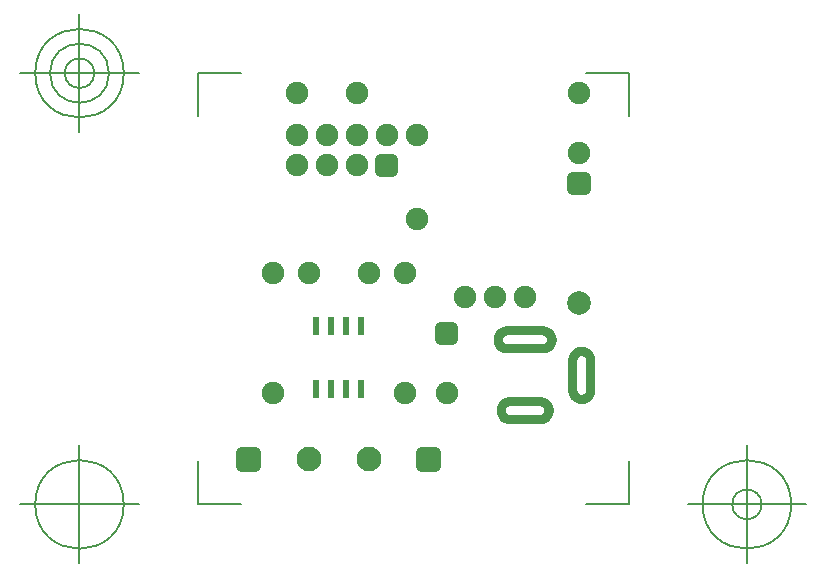
<source format=gbr>
G04 Generated by Ultiboard 14.1 *
%FSLAX34Y34*%
%MOMM*%

%ADD10C,0.0001*%
%ADD11C,0.7500*%
%ADD12C,0.1270*%
%ADD13C,1.9000*%
%ADD14R,1.1000X1.1000*%
%ADD15C,1.0000*%
%ADD16C,2.1000*%
%ADD17R,0.9000X0.9000*%
%ADD18R,0.6000X1.5500*%
%ADD19R,1.0000X1.0000*%
%ADD20C,2.0000*%


G04 ColorRGB 9900CC for the following layer *
%LNL_uc100f6tstoppmaske unten*%
%LPD*%
G54D10*
G54D11*
X314700Y94460D02*
X314700Y119860D01*
X329940Y119860D02*
X329940Y94460D01*
X329940Y119860D02*
X329911Y120519D01*
X329825Y121173D01*
X329682Y121817D01*
X329484Y122446D01*
X329232Y123056D01*
X328927Y123641D01*
X328573Y124197D01*
X328171Y124720D01*
X327725Y125207D01*
X327239Y125652D01*
X326716Y126054D01*
X326159Y126408D01*
X325574Y126713D01*
X324965Y126966D01*
X324336Y127164D01*
X323692Y127307D01*
X323038Y127393D01*
X322378Y127422D01*
X321719Y127393D01*
X321065Y127307D01*
X320421Y127164D01*
X319792Y126966D01*
X319183Y126713D01*
X318598Y126408D01*
X318041Y126054D01*
X317518Y125652D01*
X317032Y125207D01*
X316586Y124720D01*
X316184Y124197D01*
X315830Y123641D01*
X315525Y123056D01*
X315273Y122446D01*
X315075Y121817D01*
X314932Y121173D01*
X314846Y120519D01*
X314817Y119860D01*
X314700Y94460D02*
X314729Y93796D01*
X314816Y93137D01*
X314960Y92488D01*
X315160Y91854D01*
X315414Y91240D01*
X315721Y90650D01*
X316078Y90089D01*
X316483Y89562D01*
X316932Y89072D01*
X317422Y88623D01*
X317949Y88218D01*
X318510Y87861D01*
X319100Y87554D01*
X319714Y87300D01*
X320348Y87100D01*
X320997Y86956D01*
X321656Y86869D01*
X322320Y86840D01*
X322984Y86869D01*
X323643Y86956D01*
X324292Y87100D01*
X324926Y87300D01*
X325540Y87554D01*
X326130Y87861D01*
X326691Y88218D01*
X327218Y88623D01*
X327708Y89072D01*
X328157Y89562D01*
X328562Y90089D01*
X328919Y90650D01*
X329226Y91240D01*
X329480Y91854D01*
X329680Y92488D01*
X329824Y93137D01*
X329911Y93796D01*
X329940Y94460D01*
X329940Y94460D01*
X287020Y69540D02*
X261620Y69540D01*
X261620Y84780D02*
X287020Y84780D01*
X261620Y84780D02*
X260961Y84751D01*
X260307Y84665D01*
X259663Y84522D01*
X259034Y84324D01*
X258424Y84072D01*
X257839Y83767D01*
X257283Y83413D01*
X256760Y83011D01*
X256273Y82565D01*
X255828Y82079D01*
X255426Y81556D01*
X255072Y80999D01*
X254767Y80414D01*
X254514Y79805D01*
X254316Y79176D01*
X254173Y78532D01*
X254087Y77878D01*
X254058Y77218D01*
X254087Y76559D01*
X254173Y75905D01*
X254316Y75261D01*
X254514Y74632D01*
X254767Y74023D01*
X255072Y73438D01*
X255426Y72881D01*
X255828Y72358D01*
X256273Y71872D01*
X256760Y71426D01*
X257283Y71024D01*
X257839Y70670D01*
X258424Y70365D01*
X259034Y70113D01*
X259663Y69915D01*
X260307Y69772D01*
X260961Y69686D01*
X261620Y69657D01*
X261620Y69657D01*
X287020Y69540D02*
X287684Y69569D01*
X288343Y69656D01*
X288992Y69800D01*
X289626Y70000D01*
X290240Y70254D01*
X290830Y70561D01*
X291391Y70918D01*
X291918Y71323D01*
X292408Y71772D01*
X292857Y72262D01*
X293262Y72789D01*
X293619Y73350D01*
X293926Y73940D01*
X294180Y74554D01*
X294380Y75188D01*
X294524Y75837D01*
X294611Y76496D01*
X294640Y77160D01*
X294611Y77824D01*
X294524Y78483D01*
X294380Y79132D01*
X294180Y79766D01*
X293926Y80380D01*
X293619Y80970D01*
X293262Y81531D01*
X292857Y82058D01*
X292408Y82548D01*
X291918Y82997D01*
X291391Y83402D01*
X290830Y83759D01*
X290240Y84066D01*
X289626Y84320D01*
X288992Y84520D01*
X288343Y84664D01*
X287684Y84751D01*
X287020Y84780D01*
X289560Y129540D02*
X259080Y129540D01*
X289560Y144780D02*
X259080Y144780D01*
X258416Y144751D01*
X257757Y144664D01*
X257108Y144520D01*
X256474Y144320D01*
X255860Y144066D01*
X255270Y143759D01*
X254709Y143402D01*
X254182Y142997D01*
X253692Y142548D01*
X253243Y142058D01*
X252838Y141531D01*
X252481Y140970D01*
X252174Y140380D01*
X251920Y139766D01*
X251720Y139132D01*
X251576Y138483D01*
X251489Y137824D01*
X251460Y137160D01*
X251489Y136496D01*
X251576Y135837D01*
X251720Y135188D01*
X251920Y134554D01*
X252174Y133940D01*
X252481Y133350D01*
X252838Y132789D01*
X253243Y132262D01*
X253692Y131772D01*
X254182Y131323D01*
X254709Y130918D01*
X255270Y130561D01*
X255860Y130254D01*
X256474Y130000D01*
X257108Y129800D01*
X257757Y129656D01*
X258416Y129569D01*
X259080Y129540D01*
X259080Y129540D01*
X289560Y129540D02*
X290224Y129569D01*
X290883Y129656D01*
X291532Y129800D01*
X292166Y130000D01*
X292780Y130254D01*
X293370Y130561D01*
X293931Y130918D01*
X294458Y131323D01*
X294948Y131772D01*
X295397Y132262D01*
X295802Y132789D01*
X296159Y133350D01*
X296466Y133940D01*
X296720Y134554D01*
X296920Y135188D01*
X297064Y135837D01*
X297151Y136496D01*
X297180Y137160D01*
X297151Y137824D01*
X297064Y138483D01*
X296920Y139132D01*
X296720Y139766D01*
X296466Y140380D01*
X296159Y140970D01*
X295802Y141531D01*
X295397Y142058D01*
X294948Y142548D01*
X294458Y142997D01*
X293931Y143402D01*
X293370Y143759D01*
X292780Y144066D01*
X292166Y144320D01*
X291532Y144520D01*
X290883Y144664D01*
X290224Y144751D01*
X289560Y144780D01*
G54D12*
X-2540Y-2540D02*
X-2540Y33968D01*
X-2540Y-2540D02*
X33968Y-2540D01*
X362540Y-2540D02*
X326032Y-2540D01*
X362540Y-2540D02*
X362540Y33968D01*
X362540Y362540D02*
X362540Y326032D01*
X362540Y362540D02*
X326032Y362540D01*
X-2540Y362540D02*
X33968Y362540D01*
X-2540Y362540D02*
X-2540Y326032D01*
X-52540Y-2540D02*
X-152540Y-2540D01*
X-102540Y-52540D02*
X-102540Y47460D01*
X-140040Y-2540D02*
G75*
D01*
G02X-140040Y-2540I37500J0*
G01*
X412540Y-2540D02*
X512540Y-2540D01*
X462540Y-52540D02*
X462540Y47460D01*
X425040Y-2540D02*
G75*
D01*
G02X425040Y-2540I37500J0*
G01*
X450040Y-2540D02*
G75*
D01*
G02X450040Y-2540I12500J0*
G01*
X-52540Y362540D02*
X-152540Y362540D01*
X-102540Y312540D02*
X-102540Y412540D01*
X-140040Y362540D02*
G75*
D01*
G02X-140040Y362540I37500J0*
G01*
X-127540Y362540D02*
G75*
D01*
G02X-127540Y362540I25000J0*
G01*
X-115040Y362540D02*
G75*
D01*
G02X-115040Y362540I12500J0*
G01*
G54D13*
X182880Y238760D03*
X182880Y309880D03*
X60960Y91440D03*
X60960Y193040D03*
X172720Y193040D03*
X172720Y91440D03*
X208280Y91440D03*
X142240Y193040D03*
X91440Y193040D03*
X320040Y294640D03*
X320040Y345440D03*
X81280Y345440D03*
X132080Y345440D03*
X248920Y172720D03*
X223520Y172720D03*
X274320Y172720D03*
X132080Y284480D03*
X106680Y284480D03*
X81280Y284480D03*
X81280Y309880D03*
X132080Y309880D03*
X106680Y309880D03*
X157480Y309880D03*
G54D14*
X40640Y35560D03*
X193040Y35560D03*
G54D15*
X35140Y30060D02*
X46140Y30060D01*
X46140Y41060D01*
X35140Y41060D01*
X35140Y30060D01*D02*
X187540Y30060D02*
X198540Y30060D01*
X198540Y41060D01*
X187540Y41060D01*
X187540Y30060D01*D02*
X203780Y137740D02*
X212780Y137740D01*
X212780Y146740D01*
X203780Y146740D01*
X203780Y137740D01*D02*
X315040Y264240D02*
X325040Y264240D01*
X325040Y274240D01*
X315040Y274240D01*
X315040Y264240D01*D02*
X152980Y279980D02*
X161980Y279980D01*
X161980Y288980D01*
X152980Y288980D01*
X152980Y279980D01*D02*
G54D16*
X91440Y35560D03*
X142240Y35560D03*
G54D17*
X208280Y142240D03*
X157480Y284480D03*
G54D18*
X97790Y94920D03*
X110490Y94920D03*
X123190Y94920D03*
X135890Y94920D03*
X110490Y148920D03*
X97790Y148920D03*
X123190Y148920D03*
X135890Y148920D03*
G54D19*
X320040Y269240D03*
G54D20*
X320040Y167640D03*

M02*

</source>
